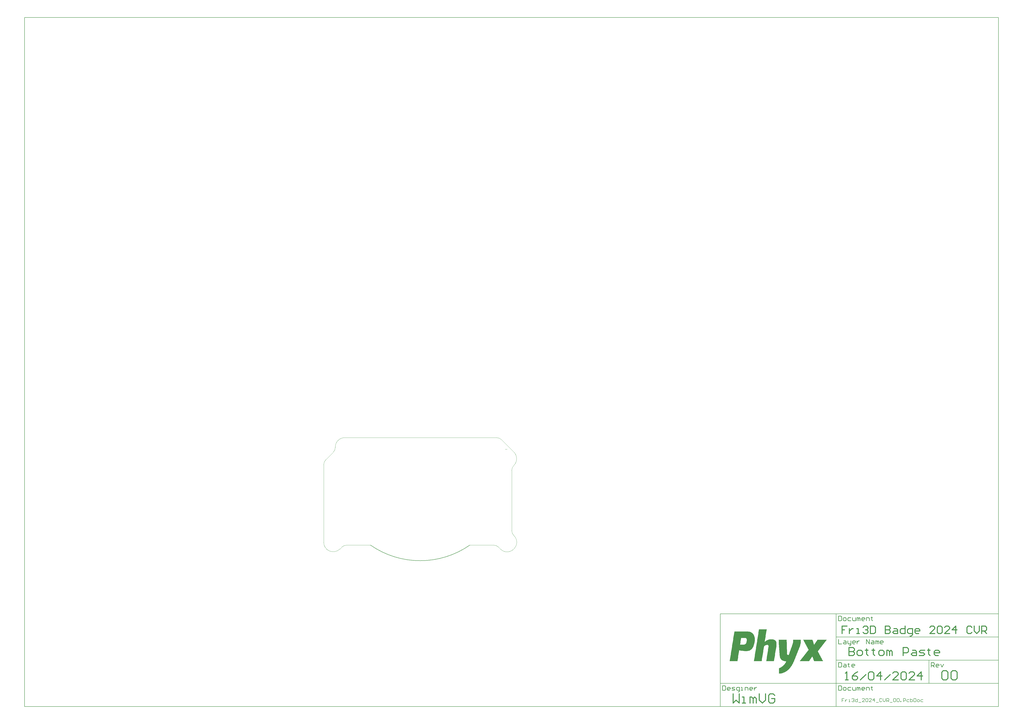
<source format=gbp>
G04*
G04 #@! TF.GenerationSoftware,Altium Limited,Altium Designer,24.4.1 (13)*
G04*
G04 Layer_Color=128*
%FSLAX25Y25*%
%MOIN*%
G70*
G04*
G04 #@! TF.SameCoordinates,89CB3089-6BD8-41CF-BEDE-02629DB89CB6*
G04*
G04*
G04 #@! TF.FilePolarity,Positive*
G04*
G01*
G75*
%ADD10C,0.00787*%
%ADD11C,0.00591*%
%ADD12C,0.00394*%
%ADD13C,0.01575*%
%ADD14C,0.00984*%
G36*
X557241Y-114219D02*
X558959D01*
Y-114506D01*
X559818D01*
Y-114792D01*
X560676D01*
Y-115078D01*
X561535D01*
Y-115365D01*
X562108D01*
Y-115651D01*
X562394D01*
Y-115937D01*
X562967D01*
Y-116224D01*
X563253D01*
Y-116510D01*
X563826D01*
Y-116796D01*
X564112D01*
Y-117083D01*
X564398D01*
Y-117369D01*
X564685D01*
Y-117655D01*
X564971D01*
Y-117941D01*
X565258D01*
Y-118228D01*
X565544D01*
Y-118514D01*
Y-118800D01*
X565830D01*
Y-119087D01*
X566116D01*
Y-119373D01*
Y-119659D01*
X566403D01*
Y-119946D01*
X566689D01*
Y-120232D01*
Y-120518D01*
X566975D01*
Y-120805D01*
Y-121091D01*
Y-121377D01*
X567262D01*
Y-121663D01*
Y-121950D01*
Y-122236D01*
X567548D01*
Y-122522D01*
Y-122809D01*
Y-123095D01*
Y-123381D01*
X567834D01*
Y-123668D01*
Y-123954D01*
Y-124240D01*
Y-124527D01*
Y-124813D01*
X568121D01*
Y-125099D01*
Y-125385D01*
Y-125672D01*
Y-125958D01*
Y-126244D01*
Y-126531D01*
Y-126817D01*
Y-127103D01*
Y-127390D01*
Y-127676D01*
Y-127962D01*
Y-128249D01*
Y-128535D01*
Y-128821D01*
Y-129108D01*
Y-129394D01*
Y-129680D01*
Y-129966D01*
Y-130253D01*
Y-130539D01*
X567834D01*
Y-130825D01*
Y-131112D01*
Y-131398D01*
Y-131684D01*
Y-131971D01*
Y-132257D01*
Y-132543D01*
X567548D01*
Y-132830D01*
Y-133116D01*
Y-133402D01*
Y-133689D01*
Y-133975D01*
X567262D01*
Y-134261D01*
Y-134547D01*
Y-134834D01*
Y-135120D01*
Y-135406D01*
X566975D01*
Y-135693D01*
Y-135979D01*
Y-136265D01*
X566689D01*
Y-136552D01*
Y-136838D01*
Y-137124D01*
Y-137411D01*
X566403D01*
Y-137697D01*
Y-137983D01*
Y-138270D01*
X566116D01*
Y-138556D01*
Y-138842D01*
X565830D01*
Y-139128D01*
Y-139415D01*
Y-139701D01*
X565544D01*
Y-139988D01*
Y-140274D01*
X565258D01*
Y-140560D01*
Y-140846D01*
X564971D01*
Y-141133D01*
Y-141419D01*
X564685D01*
Y-141705D01*
X564398D01*
Y-141992D01*
Y-142278D01*
X564112D01*
Y-142564D01*
X563826D01*
Y-142851D01*
X563540D01*
Y-143137D01*
Y-143423D01*
X563253D01*
Y-143710D01*
X562967D01*
Y-143996D01*
X562681D01*
Y-144282D01*
X562394D01*
Y-144569D01*
X562108D01*
Y-144855D01*
X561535D01*
Y-145141D01*
X561249D01*
Y-145427D01*
X560676D01*
Y-145714D01*
X560390D01*
Y-146000D01*
X559818D01*
Y-146286D01*
X558959D01*
Y-146573D01*
X558100D01*
Y-146859D01*
X557241D01*
Y-147145D01*
X555523D01*
Y-147432D01*
X550369D01*
Y-147145D01*
X547792D01*
Y-146859D01*
X545788D01*
Y-146573D01*
X544357D01*
Y-146286D01*
X542925D01*
Y-146000D01*
X541494D01*
Y-146286D01*
Y-146573D01*
Y-146859D01*
Y-147145D01*
Y-147432D01*
Y-147718D01*
Y-148004D01*
X541207D01*
Y-148291D01*
Y-148577D01*
Y-148863D01*
Y-149150D01*
Y-149436D01*
Y-149722D01*
X540921D01*
Y-150008D01*
Y-150295D01*
Y-150581D01*
Y-150867D01*
Y-151154D01*
Y-151440D01*
X540635D01*
Y-151726D01*
Y-152013D01*
Y-152299D01*
Y-152585D01*
Y-152872D01*
Y-153158D01*
Y-153444D01*
X540348D01*
Y-153730D01*
Y-154017D01*
Y-154303D01*
Y-154589D01*
Y-154876D01*
Y-155162D01*
X540062D01*
Y-155448D01*
Y-155735D01*
Y-156021D01*
Y-156307D01*
Y-156594D01*
Y-156880D01*
X539776D01*
Y-157166D01*
Y-157453D01*
Y-157739D01*
Y-158025D01*
Y-158311D01*
Y-158598D01*
Y-158884D01*
X539489D01*
Y-159170D01*
Y-159457D01*
Y-159743D01*
Y-160029D01*
Y-160316D01*
Y-160602D01*
X539203D01*
Y-160888D01*
Y-161175D01*
Y-161461D01*
Y-161747D01*
Y-162034D01*
Y-162320D01*
X538917D01*
Y-162606D01*
Y-162892D01*
Y-163179D01*
Y-163465D01*
Y-163751D01*
Y-164038D01*
Y-164324D01*
X525460D01*
Y-164038D01*
X525746D01*
Y-163751D01*
Y-163465D01*
Y-163179D01*
Y-162892D01*
Y-162606D01*
X526033D01*
Y-162320D01*
Y-162034D01*
Y-161747D01*
Y-161461D01*
Y-161175D01*
Y-160888D01*
Y-160602D01*
X526319D01*
Y-160316D01*
Y-160029D01*
Y-159743D01*
Y-159457D01*
Y-159170D01*
Y-158884D01*
X526605D01*
Y-158598D01*
Y-158311D01*
Y-158025D01*
Y-157739D01*
Y-157453D01*
Y-157166D01*
X526892D01*
Y-156880D01*
Y-156594D01*
Y-156307D01*
Y-156021D01*
Y-155735D01*
Y-155448D01*
Y-155162D01*
X527178D01*
Y-154876D01*
Y-154589D01*
Y-154303D01*
Y-154017D01*
Y-153730D01*
Y-153444D01*
X527464D01*
Y-153158D01*
Y-152872D01*
Y-152585D01*
Y-152299D01*
Y-152013D01*
Y-151726D01*
X527750D01*
Y-151440D01*
Y-151154D01*
Y-150867D01*
Y-150581D01*
Y-150295D01*
Y-150008D01*
X528037D01*
Y-149722D01*
Y-149436D01*
Y-149150D01*
Y-148863D01*
Y-148577D01*
Y-148291D01*
Y-148004D01*
X528323D01*
Y-147718D01*
Y-147432D01*
Y-147145D01*
Y-146859D01*
Y-146573D01*
Y-146286D01*
X528609D01*
Y-146000D01*
Y-145714D01*
Y-145427D01*
Y-145141D01*
Y-144855D01*
Y-144569D01*
X528896D01*
Y-144282D01*
Y-143996D01*
Y-143710D01*
Y-143423D01*
Y-143137D01*
Y-142851D01*
X529182D01*
Y-142564D01*
Y-142278D01*
Y-141992D01*
Y-141705D01*
Y-141419D01*
Y-141133D01*
Y-140846D01*
X529468D01*
Y-140560D01*
Y-140274D01*
Y-139988D01*
Y-139701D01*
Y-139415D01*
Y-139128D01*
X529755D01*
Y-138842D01*
Y-138556D01*
Y-138270D01*
Y-137983D01*
Y-137697D01*
Y-137411D01*
X530041D01*
Y-137124D01*
Y-136838D01*
Y-136552D01*
Y-136265D01*
Y-135979D01*
Y-135693D01*
Y-135406D01*
X530327D01*
Y-135120D01*
Y-134834D01*
Y-134547D01*
Y-134261D01*
Y-133975D01*
Y-133689D01*
X530614D01*
Y-133402D01*
Y-133116D01*
Y-132830D01*
Y-132543D01*
Y-132257D01*
Y-131971D01*
X530900D01*
Y-131684D01*
Y-131398D01*
Y-131112D01*
Y-130825D01*
Y-130539D01*
Y-130253D01*
X531186D01*
Y-129966D01*
Y-129680D01*
Y-129394D01*
Y-129108D01*
Y-128821D01*
Y-128535D01*
Y-128249D01*
X531473D01*
Y-127962D01*
Y-127676D01*
Y-127390D01*
Y-127103D01*
Y-126817D01*
Y-126531D01*
X531759D01*
Y-126244D01*
Y-125958D01*
Y-125672D01*
Y-125385D01*
Y-125099D01*
Y-124813D01*
X532045D01*
Y-124527D01*
Y-124240D01*
Y-123954D01*
Y-123668D01*
Y-123381D01*
Y-123095D01*
Y-122809D01*
X532332D01*
Y-122522D01*
Y-122236D01*
Y-121950D01*
Y-121663D01*
Y-121377D01*
Y-121091D01*
X532618D01*
Y-120805D01*
Y-120518D01*
Y-120232D01*
Y-119946D01*
Y-119659D01*
Y-119373D01*
X532904D01*
Y-119087D01*
Y-118800D01*
Y-118514D01*
Y-118228D01*
Y-117941D01*
Y-117655D01*
Y-117369D01*
X533190D01*
Y-117083D01*
Y-116796D01*
Y-116510D01*
Y-116224D01*
Y-115937D01*
Y-115651D01*
X533477D01*
Y-115365D01*
Y-115078D01*
Y-114792D01*
Y-114506D01*
Y-114219D01*
Y-113933D01*
X557241D01*
Y-114219D01*
D02*
G37*
G36*
X588449Y-110784D02*
Y-111070D01*
X588163D01*
Y-111356D01*
Y-111643D01*
Y-111929D01*
Y-112215D01*
Y-112501D01*
Y-112788D01*
X587876D01*
Y-113074D01*
Y-113360D01*
Y-113647D01*
Y-113933D01*
Y-114219D01*
Y-114506D01*
X587590D01*
Y-114792D01*
Y-115078D01*
Y-115365D01*
Y-115651D01*
Y-115937D01*
Y-116224D01*
Y-116510D01*
X587304D01*
Y-116796D01*
Y-117083D01*
Y-117369D01*
Y-117655D01*
Y-117941D01*
Y-118228D01*
X587017D01*
Y-118514D01*
Y-118800D01*
Y-119087D01*
Y-119373D01*
Y-119659D01*
Y-119946D01*
X586731D01*
Y-120232D01*
Y-120518D01*
Y-120805D01*
Y-121091D01*
Y-121377D01*
Y-121663D01*
Y-121950D01*
X586445D01*
Y-122236D01*
Y-122522D01*
Y-122809D01*
Y-123095D01*
Y-123381D01*
Y-123668D01*
X586158D01*
Y-123954D01*
Y-124240D01*
Y-124527D01*
Y-124813D01*
Y-125099D01*
Y-125385D01*
X585872D01*
Y-125672D01*
Y-125958D01*
Y-126244D01*
Y-126531D01*
Y-126817D01*
Y-127103D01*
X585586D01*
Y-127390D01*
Y-127676D01*
Y-127962D01*
Y-128249D01*
Y-128535D01*
Y-128821D01*
Y-129108D01*
X585299D01*
Y-129394D01*
Y-129680D01*
Y-129966D01*
Y-130253D01*
Y-130539D01*
Y-130825D01*
X585013D01*
Y-131112D01*
Y-131398D01*
X585586D01*
Y-131112D01*
X585872D01*
Y-130825D01*
X586158D01*
Y-130539D01*
X586731D01*
Y-130253D01*
X587017D01*
Y-129966D01*
X587304D01*
Y-129680D01*
X587876D01*
Y-129394D01*
X588449D01*
Y-129108D01*
X588735D01*
Y-128821D01*
X589308D01*
Y-128535D01*
X590167D01*
Y-128249D01*
X590739D01*
Y-127962D01*
X591598D01*
Y-127676D01*
X593030D01*
Y-127390D01*
X599329D01*
Y-127676D01*
X600474D01*
Y-127962D01*
X601333D01*
Y-128249D01*
X601905D01*
Y-128535D01*
X602192D01*
Y-128821D01*
X602765D01*
Y-129108D01*
X603051D01*
Y-129394D01*
X603337D01*
Y-129680D01*
X603623D01*
Y-129966D01*
X603910D01*
Y-130253D01*
Y-130539D01*
X604196D01*
Y-130825D01*
Y-131112D01*
X604482D01*
Y-131398D01*
Y-131684D01*
Y-131971D01*
X604769D01*
Y-132257D01*
Y-132543D01*
Y-132830D01*
Y-133116D01*
X605055D01*
Y-133402D01*
Y-133689D01*
Y-133975D01*
Y-134261D01*
Y-134547D01*
Y-134834D01*
Y-135120D01*
Y-135406D01*
Y-135693D01*
Y-135979D01*
Y-136265D01*
Y-136552D01*
Y-136838D01*
Y-137124D01*
Y-137411D01*
Y-137697D01*
Y-137983D01*
Y-138270D01*
X604769D01*
Y-138556D01*
Y-138842D01*
Y-139128D01*
Y-139415D01*
Y-139701D01*
Y-139988D01*
Y-140274D01*
X604482D01*
Y-140560D01*
Y-140846D01*
Y-141133D01*
Y-141419D01*
Y-141705D01*
Y-141992D01*
Y-142278D01*
X604196D01*
Y-142564D01*
Y-142851D01*
Y-143137D01*
Y-143423D01*
Y-143710D01*
Y-143996D01*
X603910D01*
Y-144282D01*
Y-144569D01*
Y-144855D01*
Y-145141D01*
Y-145427D01*
Y-145714D01*
X603623D01*
Y-146000D01*
Y-146286D01*
Y-146573D01*
Y-146859D01*
Y-147145D01*
Y-147432D01*
X603337D01*
Y-147718D01*
Y-148004D01*
Y-148291D01*
Y-148577D01*
Y-148863D01*
Y-149150D01*
Y-149436D01*
X603051D01*
Y-149722D01*
Y-150008D01*
Y-150295D01*
Y-150581D01*
Y-150867D01*
Y-151154D01*
X602765D01*
Y-151440D01*
Y-151726D01*
Y-152013D01*
Y-152299D01*
Y-152585D01*
Y-152872D01*
X602478D01*
Y-153158D01*
Y-153444D01*
Y-153730D01*
Y-154017D01*
Y-154303D01*
Y-154589D01*
Y-154876D01*
X602192D01*
Y-155162D01*
Y-155448D01*
Y-155735D01*
Y-156021D01*
Y-156307D01*
Y-156594D01*
X601905D01*
Y-156880D01*
Y-157166D01*
Y-157453D01*
Y-157739D01*
Y-158025D01*
Y-158311D01*
X601619D01*
Y-158598D01*
Y-158884D01*
Y-159170D01*
Y-159457D01*
Y-159743D01*
Y-160029D01*
X601333D01*
Y-160316D01*
Y-160602D01*
Y-160888D01*
Y-161175D01*
Y-161461D01*
Y-161747D01*
Y-162034D01*
X601047D01*
Y-162320D01*
Y-162606D01*
Y-162892D01*
Y-163179D01*
Y-163465D01*
Y-163751D01*
X600760D01*
Y-164038D01*
Y-164324D01*
X587590D01*
Y-164038D01*
Y-163751D01*
X587876D01*
Y-163465D01*
Y-163179D01*
Y-162892D01*
Y-162606D01*
Y-162320D01*
Y-162034D01*
X588163D01*
Y-161747D01*
Y-161461D01*
Y-161175D01*
Y-160888D01*
Y-160602D01*
Y-160316D01*
Y-160029D01*
X588449D01*
Y-159743D01*
Y-159457D01*
Y-159170D01*
Y-158884D01*
Y-158598D01*
Y-158311D01*
X588735D01*
Y-158025D01*
Y-157739D01*
Y-157453D01*
Y-157166D01*
Y-156880D01*
Y-156594D01*
X589021D01*
Y-156307D01*
Y-156021D01*
Y-155735D01*
Y-155448D01*
Y-155162D01*
Y-154876D01*
Y-154589D01*
X589308D01*
Y-154303D01*
Y-154017D01*
Y-153730D01*
Y-153444D01*
Y-153158D01*
Y-152872D01*
X589594D01*
Y-152585D01*
Y-152299D01*
Y-152013D01*
Y-151726D01*
Y-151440D01*
Y-151154D01*
Y-150867D01*
X589880D01*
Y-150581D01*
Y-150295D01*
Y-150008D01*
Y-149722D01*
Y-149436D01*
Y-149150D01*
X590167D01*
Y-148863D01*
Y-148577D01*
Y-148291D01*
Y-148004D01*
Y-147718D01*
Y-147432D01*
X590453D01*
Y-147145D01*
Y-146859D01*
Y-146573D01*
Y-146286D01*
Y-146000D01*
Y-145714D01*
X590739D01*
Y-145427D01*
Y-145141D01*
Y-144855D01*
Y-144569D01*
Y-144282D01*
Y-143996D01*
Y-143710D01*
X591026D01*
Y-143423D01*
Y-143137D01*
Y-142851D01*
Y-142564D01*
Y-142278D01*
Y-141992D01*
X591312D01*
Y-141705D01*
Y-141419D01*
Y-141133D01*
Y-140846D01*
Y-140560D01*
Y-140274D01*
Y-139988D01*
X591598D01*
Y-139701D01*
Y-139415D01*
Y-139128D01*
Y-138842D01*
Y-138556D01*
Y-138270D01*
X591312D01*
Y-137983D01*
Y-137697D01*
X591026D01*
Y-137411D01*
X590739D01*
Y-137124D01*
X590167D01*
Y-136838D01*
X588449D01*
Y-137124D01*
X587017D01*
Y-137411D01*
X586158D01*
Y-137697D01*
X585586D01*
Y-137983D01*
X585299D01*
Y-138270D01*
X584727D01*
Y-138556D01*
X584440D01*
Y-138842D01*
X584154D01*
Y-139128D01*
Y-139415D01*
X583868D01*
Y-139701D01*
Y-139988D01*
Y-140274D01*
X583581D01*
Y-140560D01*
Y-140846D01*
Y-141133D01*
Y-141419D01*
Y-141705D01*
Y-141992D01*
X583295D01*
Y-142278D01*
Y-142564D01*
Y-142851D01*
Y-143137D01*
Y-143423D01*
Y-143710D01*
Y-143996D01*
X583009D01*
Y-144282D01*
Y-144569D01*
Y-144855D01*
Y-145141D01*
Y-145427D01*
Y-145714D01*
X582723D01*
Y-146000D01*
Y-146286D01*
Y-146573D01*
Y-146859D01*
Y-147145D01*
Y-147432D01*
X582436D01*
Y-147718D01*
Y-148004D01*
Y-148291D01*
Y-148577D01*
Y-148863D01*
Y-149150D01*
X582150D01*
Y-149436D01*
Y-149722D01*
Y-150008D01*
Y-150295D01*
Y-150581D01*
Y-150867D01*
Y-151154D01*
X581864D01*
Y-151440D01*
Y-151726D01*
Y-152013D01*
Y-152299D01*
Y-152585D01*
Y-152872D01*
X581577D01*
Y-153158D01*
Y-153444D01*
Y-153730D01*
Y-154017D01*
Y-154303D01*
Y-154589D01*
X581291D01*
Y-154876D01*
Y-155162D01*
Y-155448D01*
Y-155735D01*
Y-156021D01*
Y-156307D01*
Y-156594D01*
X581005D01*
Y-156880D01*
Y-157166D01*
Y-157453D01*
Y-157739D01*
Y-158025D01*
Y-158311D01*
X580718D01*
Y-158598D01*
Y-158884D01*
Y-159170D01*
Y-159457D01*
Y-159743D01*
Y-160029D01*
X580432D01*
Y-160316D01*
Y-160602D01*
Y-160888D01*
Y-161175D01*
Y-161461D01*
Y-161747D01*
X580146D01*
Y-162034D01*
Y-162320D01*
Y-162606D01*
Y-162892D01*
Y-163179D01*
Y-163465D01*
Y-163751D01*
X579859D01*
Y-164038D01*
Y-164324D01*
X566689D01*
Y-164038D01*
Y-163751D01*
X566975D01*
Y-163465D01*
Y-163179D01*
Y-162892D01*
Y-162606D01*
Y-162320D01*
Y-162034D01*
Y-161747D01*
X567262D01*
Y-161461D01*
Y-161175D01*
Y-160888D01*
Y-160602D01*
Y-160316D01*
Y-160029D01*
X567548D01*
Y-159743D01*
Y-159457D01*
Y-159170D01*
Y-158884D01*
Y-158598D01*
Y-158311D01*
X567834D01*
Y-158025D01*
Y-157739D01*
Y-157453D01*
Y-157166D01*
Y-156880D01*
Y-156594D01*
Y-156307D01*
X568121D01*
Y-156021D01*
Y-155735D01*
Y-155448D01*
Y-155162D01*
Y-154876D01*
Y-154589D01*
X568407D01*
Y-154303D01*
Y-154017D01*
Y-153730D01*
Y-153444D01*
Y-153158D01*
Y-152872D01*
X568693D01*
Y-152585D01*
Y-152299D01*
Y-152013D01*
Y-151726D01*
Y-151440D01*
Y-151154D01*
X568980D01*
Y-150867D01*
Y-150581D01*
Y-150295D01*
Y-150008D01*
Y-149722D01*
Y-149436D01*
Y-149150D01*
X569266D01*
Y-148863D01*
Y-148577D01*
Y-148291D01*
Y-148004D01*
Y-147718D01*
Y-147432D01*
X569552D01*
Y-147145D01*
Y-146859D01*
Y-146573D01*
Y-146286D01*
Y-146000D01*
Y-145714D01*
X569838D01*
Y-145427D01*
Y-145141D01*
Y-144855D01*
Y-144569D01*
Y-144282D01*
Y-143996D01*
Y-143710D01*
X570125D01*
Y-143423D01*
Y-143137D01*
Y-142851D01*
Y-142564D01*
Y-142278D01*
Y-141992D01*
X570411D01*
Y-141705D01*
Y-141419D01*
Y-141133D01*
Y-140846D01*
Y-140560D01*
Y-140274D01*
X570697D01*
Y-139988D01*
Y-139701D01*
Y-139415D01*
Y-139128D01*
Y-138842D01*
Y-138556D01*
X570984D01*
Y-138270D01*
Y-137983D01*
Y-137697D01*
Y-137411D01*
Y-137124D01*
Y-136838D01*
Y-136552D01*
X571270D01*
Y-136265D01*
Y-135979D01*
Y-135693D01*
Y-135406D01*
Y-135120D01*
Y-134834D01*
X571556D01*
Y-134547D01*
Y-134261D01*
Y-133975D01*
Y-133689D01*
Y-133402D01*
Y-133116D01*
X571843D01*
Y-132830D01*
Y-132543D01*
Y-132257D01*
Y-131971D01*
Y-131684D01*
Y-131398D01*
X572129D01*
Y-131112D01*
Y-130825D01*
Y-130539D01*
Y-130253D01*
Y-129966D01*
Y-129680D01*
Y-129394D01*
X572415D01*
Y-129108D01*
Y-128821D01*
Y-128535D01*
Y-128249D01*
Y-127962D01*
Y-127676D01*
X572702D01*
Y-127390D01*
Y-127103D01*
Y-126817D01*
Y-126531D01*
Y-126244D01*
Y-125958D01*
X572988D01*
Y-125672D01*
Y-125385D01*
Y-125099D01*
Y-124813D01*
Y-124527D01*
Y-124240D01*
Y-123954D01*
X573274D01*
Y-123668D01*
Y-123381D01*
Y-123095D01*
Y-122809D01*
Y-122522D01*
Y-122236D01*
X573560D01*
Y-121950D01*
Y-121663D01*
Y-121377D01*
Y-121091D01*
Y-120805D01*
Y-120518D01*
X573847D01*
Y-120232D01*
Y-119946D01*
Y-119659D01*
Y-119373D01*
Y-119087D01*
Y-118800D01*
X574133D01*
Y-118514D01*
Y-118228D01*
Y-117941D01*
Y-117655D01*
Y-117369D01*
Y-117083D01*
Y-116796D01*
X574419D01*
Y-116510D01*
Y-116224D01*
Y-115937D01*
Y-115651D01*
Y-115365D01*
Y-115078D01*
X574706D01*
Y-114792D01*
Y-114506D01*
Y-114219D01*
Y-113933D01*
Y-113647D01*
Y-113360D01*
X574992D01*
Y-113074D01*
Y-112788D01*
Y-112501D01*
Y-112215D01*
Y-111929D01*
Y-111643D01*
Y-111356D01*
X575278D01*
Y-111070D01*
Y-110784D01*
Y-110497D01*
X588449D01*
Y-110784D01*
D02*
G37*
G36*
X690376Y-128249D02*
X690090D01*
Y-128535D01*
X689804D01*
Y-128821D01*
Y-129108D01*
X689517D01*
Y-129394D01*
X689231D01*
Y-129680D01*
X688945D01*
Y-129966D01*
Y-130253D01*
X688658D01*
Y-130539D01*
X688372D01*
Y-130825D01*
X688086D01*
Y-131112D01*
X687799D01*
Y-131398D01*
Y-131684D01*
X687513D01*
Y-131971D01*
X687227D01*
Y-132257D01*
X686940D01*
Y-132543D01*
Y-132830D01*
X686654D01*
Y-133116D01*
X686368D01*
Y-133402D01*
X686082D01*
Y-133689D01*
X685795D01*
Y-133975D01*
Y-134261D01*
X685509D01*
Y-134547D01*
X685223D01*
Y-134834D01*
X684936D01*
Y-135120D01*
Y-135406D01*
X684650D01*
Y-135693D01*
X684364D01*
Y-135979D01*
X684077D01*
Y-136265D01*
Y-136552D01*
X683791D01*
Y-136838D01*
X683505D01*
Y-137124D01*
X683218D01*
Y-137411D01*
X682932D01*
Y-137697D01*
Y-137983D01*
X682646D01*
Y-138270D01*
X682359D01*
Y-138556D01*
X682073D01*
Y-138842D01*
Y-139128D01*
X681787D01*
Y-139415D01*
X681500D01*
Y-139701D01*
X681214D01*
Y-139988D01*
Y-140274D01*
X680928D01*
Y-140560D01*
X680642D01*
Y-140846D01*
X680355D01*
Y-141133D01*
X680069D01*
Y-141419D01*
Y-141705D01*
X679783D01*
Y-141992D01*
X679496D01*
Y-142278D01*
X679210D01*
Y-142564D01*
Y-142851D01*
X678924D01*
Y-143137D01*
X678637D01*
Y-143423D01*
X678351D01*
Y-143710D01*
Y-143996D01*
X678065D01*
Y-144282D01*
X677778D01*
Y-144569D01*
X677492D01*
Y-144855D01*
X677206D01*
Y-145141D01*
Y-145427D01*
X676920D01*
Y-145714D01*
X676633D01*
Y-146000D01*
X676347D01*
Y-146286D01*
Y-146573D01*
X676060D01*
Y-146859D01*
X675774D01*
Y-147145D01*
X675488D01*
Y-147432D01*
X675202D01*
Y-147718D01*
Y-148004D01*
X675488D01*
Y-148291D01*
Y-148577D01*
X675774D01*
Y-148863D01*
Y-149150D01*
X676060D01*
Y-149436D01*
X676347D01*
Y-149722D01*
Y-150008D01*
X676633D01*
Y-150295D01*
Y-150581D01*
X676920D01*
Y-150867D01*
Y-151154D01*
X677206D01*
Y-151440D01*
Y-151726D01*
X677492D01*
Y-152013D01*
Y-152299D01*
X677778D01*
Y-152585D01*
Y-152872D01*
X678065D01*
Y-153158D01*
Y-153444D01*
X678351D01*
Y-153730D01*
Y-154017D01*
X678637D01*
Y-154303D01*
X678924D01*
Y-154589D01*
Y-154876D01*
X679210D01*
Y-155162D01*
Y-155448D01*
X679496D01*
Y-155735D01*
Y-156021D01*
X679783D01*
Y-156307D01*
Y-156594D01*
X680069D01*
Y-156880D01*
Y-157166D01*
X680355D01*
Y-157453D01*
Y-157739D01*
X680642D01*
Y-158025D01*
Y-158311D01*
X680928D01*
Y-158598D01*
X681214D01*
Y-158884D01*
Y-159170D01*
X681500D01*
Y-159457D01*
Y-159743D01*
X681787D01*
Y-160029D01*
Y-160316D01*
X682073D01*
Y-160602D01*
Y-160888D01*
X682359D01*
Y-161175D01*
Y-161461D01*
X682646D01*
Y-161747D01*
Y-162034D01*
X682932D01*
Y-162320D01*
Y-162606D01*
X683218D01*
Y-162892D01*
X683505D01*
Y-163179D01*
Y-163465D01*
X683791D01*
Y-163751D01*
Y-164038D01*
X684077D01*
Y-164324D01*
X668903D01*
Y-164038D01*
X668616D01*
Y-163751D01*
Y-163465D01*
Y-163179D01*
X668330D01*
Y-162892D01*
Y-162606D01*
Y-162320D01*
X668044D01*
Y-162034D01*
Y-161747D01*
X667758D01*
Y-161461D01*
Y-161175D01*
Y-160888D01*
X667471D01*
Y-160602D01*
Y-160316D01*
Y-160029D01*
X667185D01*
Y-159743D01*
Y-159457D01*
X666898D01*
Y-159170D01*
Y-158884D01*
Y-158598D01*
X666612D01*
Y-158311D01*
Y-158025D01*
Y-157739D01*
X666326D01*
Y-157453D01*
Y-157166D01*
Y-156880D01*
X666040D01*
Y-156594D01*
X665467D01*
Y-156880D01*
Y-157166D01*
X665181D01*
Y-157453D01*
X664894D01*
Y-157739D01*
Y-158025D01*
X664608D01*
Y-158311D01*
X664322D01*
Y-158598D01*
Y-158884D01*
X664035D01*
Y-159170D01*
X663749D01*
Y-159457D01*
Y-159743D01*
X663463D01*
Y-160029D01*
X663176D01*
Y-160316D01*
X662890D01*
Y-160602D01*
Y-160888D01*
X662604D01*
Y-161175D01*
X662318D01*
Y-161461D01*
Y-161747D01*
X662031D01*
Y-162034D01*
X661745D01*
Y-162320D01*
Y-162606D01*
X661459D01*
Y-162892D01*
X661172D01*
Y-163179D01*
Y-163465D01*
X660886D01*
Y-163751D01*
X660600D01*
Y-164038D01*
Y-164324D01*
X644566D01*
Y-164038D01*
X644852D01*
Y-163751D01*
X645139D01*
Y-163465D01*
X645425D01*
Y-163179D01*
X645711D01*
Y-162892D01*
Y-162606D01*
X645998D01*
Y-162320D01*
X646284D01*
Y-162034D01*
X646570D01*
Y-161747D01*
X646857D01*
Y-161461D01*
Y-161175D01*
X647143D01*
Y-160888D01*
X647429D01*
Y-160602D01*
X647716D01*
Y-160316D01*
Y-160029D01*
X648002D01*
Y-159743D01*
X648288D01*
Y-159457D01*
X648574D01*
Y-159170D01*
X648861D01*
Y-158884D01*
Y-158598D01*
X649147D01*
Y-158311D01*
X649433D01*
Y-158025D01*
X649720D01*
Y-157739D01*
X650006D01*
Y-157453D01*
Y-157166D01*
X650292D01*
Y-156880D01*
X650579D01*
Y-156594D01*
X650865D01*
Y-156307D01*
Y-156021D01*
X651151D01*
Y-155735D01*
X651438D01*
Y-155448D01*
X651724D01*
Y-155162D01*
X652010D01*
Y-154876D01*
Y-154589D01*
X652297D01*
Y-154303D01*
X652583D01*
Y-154017D01*
X652869D01*
Y-153730D01*
Y-153444D01*
X653156D01*
Y-153158D01*
X653442D01*
Y-152872D01*
X653728D01*
Y-152585D01*
X654014D01*
Y-152299D01*
Y-152013D01*
X654301D01*
Y-151726D01*
X654587D01*
Y-151440D01*
X654873D01*
Y-151154D01*
Y-150867D01*
X655160D01*
Y-150581D01*
X655446D01*
Y-150295D01*
X655732D01*
Y-150008D01*
X656019D01*
Y-149722D01*
Y-149436D01*
X656305D01*
Y-149150D01*
X656591D01*
Y-148863D01*
X656878D01*
Y-148577D01*
X657164D01*
Y-148291D01*
Y-148004D01*
X657450D01*
Y-147718D01*
X657736D01*
Y-147432D01*
X658023D01*
Y-147145D01*
Y-146859D01*
X658309D01*
Y-146573D01*
X658596D01*
Y-146286D01*
X658882D01*
Y-146000D01*
X659168D01*
Y-145714D01*
Y-145427D01*
X659454D01*
Y-145141D01*
Y-144855D01*
Y-144569D01*
X659168D01*
Y-144282D01*
X658882D01*
Y-143996D01*
Y-143710D01*
X658596D01*
Y-143423D01*
Y-143137D01*
X658309D01*
Y-142851D01*
Y-142564D01*
X658023D01*
Y-142278D01*
Y-141992D01*
X657736D01*
Y-141705D01*
Y-141419D01*
X657450D01*
Y-141133D01*
Y-140846D01*
X657164D01*
Y-140560D01*
X656878D01*
Y-140274D01*
Y-139988D01*
X656591D01*
Y-139701D01*
Y-139415D01*
X656305D01*
Y-139128D01*
Y-138842D01*
X656019D01*
Y-138556D01*
Y-138270D01*
X655732D01*
Y-137983D01*
Y-137697D01*
X655446D01*
Y-137411D01*
Y-137124D01*
X655160D01*
Y-136838D01*
X654873D01*
Y-136552D01*
Y-136265D01*
X654587D01*
Y-135979D01*
Y-135693D01*
X654301D01*
Y-135406D01*
Y-135120D01*
X654014D01*
Y-134834D01*
Y-134547D01*
X653728D01*
Y-134261D01*
Y-133975D01*
X653442D01*
Y-133689D01*
Y-133402D01*
X653156D01*
Y-133116D01*
Y-132830D01*
X652869D01*
Y-132543D01*
X652583D01*
Y-132257D01*
Y-131971D01*
X652297D01*
Y-131684D01*
Y-131398D01*
X652010D01*
Y-131112D01*
Y-130825D01*
X651724D01*
Y-130539D01*
Y-130253D01*
X651438D01*
Y-129966D01*
Y-129680D01*
X651151D01*
Y-129394D01*
Y-129108D01*
X650865D01*
Y-128821D01*
X650579D01*
Y-128535D01*
Y-128249D01*
X650292D01*
Y-127962D01*
X666040D01*
Y-128249D01*
X666326D01*
Y-128535D01*
Y-128821D01*
Y-129108D01*
X666612D01*
Y-129394D01*
Y-129680D01*
Y-129966D01*
X666898D01*
Y-130253D01*
Y-130539D01*
Y-130825D01*
X667185D01*
Y-131112D01*
Y-131398D01*
Y-131684D01*
X667471D01*
Y-131971D01*
Y-132257D01*
Y-132543D01*
X667758D01*
Y-132830D01*
Y-133116D01*
Y-133402D01*
X668044D01*
Y-133689D01*
Y-133975D01*
Y-134261D01*
X668330D01*
Y-134547D01*
Y-134834D01*
Y-135120D01*
X668616D01*
Y-135406D01*
Y-135693D01*
Y-135979D01*
Y-136265D01*
X669189D01*
Y-135979D01*
X669475D01*
Y-135693D01*
X669762D01*
Y-135406D01*
Y-135120D01*
X670048D01*
Y-134834D01*
X670334D01*
Y-134547D01*
Y-134261D01*
X670621D01*
Y-133975D01*
X670907D01*
Y-133689D01*
Y-133402D01*
X671193D01*
Y-133116D01*
X671480D01*
Y-132830D01*
Y-132543D01*
X671766D01*
Y-132257D01*
X672052D01*
Y-131971D01*
Y-131684D01*
X672338D01*
Y-131398D01*
X672625D01*
Y-131112D01*
Y-130825D01*
X672911D01*
Y-130539D01*
X673197D01*
Y-130253D01*
Y-129966D01*
X673484D01*
Y-129680D01*
X673770D01*
Y-129394D01*
Y-129108D01*
X674056D01*
Y-128821D01*
X674343D01*
Y-128535D01*
Y-128249D01*
X674629D01*
Y-127962D01*
X690376D01*
Y-128249D01*
D02*
G37*
G36*
X646284D02*
Y-128535D01*
Y-128821D01*
Y-129108D01*
Y-129394D01*
Y-129680D01*
Y-129966D01*
Y-130253D01*
Y-130539D01*
Y-130825D01*
Y-131112D01*
Y-131398D01*
Y-131684D01*
Y-131971D01*
Y-132257D01*
Y-132543D01*
Y-132830D01*
Y-133116D01*
Y-133402D01*
Y-133689D01*
Y-133975D01*
X645998D01*
Y-134261D01*
Y-134547D01*
Y-134834D01*
Y-135120D01*
Y-135406D01*
X645711D01*
Y-135693D01*
Y-135979D01*
Y-136265D01*
Y-136552D01*
X645425D01*
Y-136838D01*
Y-137124D01*
Y-137411D01*
Y-137697D01*
X645139D01*
Y-137983D01*
Y-138270D01*
Y-138556D01*
X644852D01*
Y-138842D01*
Y-139128D01*
Y-139415D01*
X644566D01*
Y-139701D01*
Y-139988D01*
Y-140274D01*
X644280D01*
Y-140560D01*
Y-140846D01*
Y-141133D01*
X643994D01*
Y-141419D01*
Y-141705D01*
X643707D01*
Y-141992D01*
Y-142278D01*
X643421D01*
Y-142564D01*
Y-142851D01*
Y-143137D01*
X643135D01*
Y-143423D01*
Y-143710D01*
X642848D01*
Y-143996D01*
Y-144282D01*
Y-144569D01*
X642562D01*
Y-144855D01*
Y-145141D01*
X642276D01*
Y-145427D01*
Y-145714D01*
Y-146000D01*
X641989D01*
Y-146286D01*
Y-146573D01*
X641703D01*
Y-146859D01*
Y-147145D01*
Y-147432D01*
X641417D01*
Y-147718D01*
Y-148004D01*
X641130D01*
Y-148291D01*
Y-148577D01*
Y-148863D01*
X640844D01*
Y-149150D01*
Y-149436D01*
X640558D01*
Y-149722D01*
Y-150008D01*
Y-150295D01*
X640271D01*
Y-150581D01*
Y-150867D01*
X639985D01*
Y-151154D01*
Y-151440D01*
Y-151726D01*
X639699D01*
Y-152013D01*
Y-152299D01*
X639412D01*
Y-152585D01*
Y-152872D01*
Y-153158D01*
X639126D01*
Y-153444D01*
Y-153730D01*
X638840D01*
Y-154017D01*
Y-154303D01*
Y-154589D01*
X638554D01*
Y-154876D01*
Y-155162D01*
X638267D01*
Y-155448D01*
Y-155735D01*
Y-156021D01*
X637981D01*
Y-156307D01*
Y-156594D01*
X637695D01*
Y-156880D01*
Y-157166D01*
Y-157453D01*
X637408D01*
Y-157739D01*
Y-158025D01*
X637122D01*
Y-158311D01*
Y-158598D01*
Y-158884D01*
X636836D01*
Y-159170D01*
Y-159457D01*
X636549D01*
Y-159743D01*
Y-160029D01*
Y-160316D01*
X636263D01*
Y-160602D01*
Y-160888D01*
X635977D01*
Y-161175D01*
Y-161461D01*
Y-161747D01*
X635690D01*
Y-162034D01*
Y-162320D01*
X635404D01*
Y-162606D01*
Y-162892D01*
Y-163179D01*
X635118D01*
Y-163465D01*
Y-163751D01*
X634831D01*
Y-164038D01*
Y-164324D01*
Y-164610D01*
X634545D01*
Y-164897D01*
Y-165183D01*
X634259D01*
Y-165469D01*
Y-165756D01*
X633973D01*
Y-166042D01*
Y-166328D01*
X633686D01*
Y-166615D01*
Y-166901D01*
Y-167187D01*
X633400D01*
Y-167473D01*
X633114D01*
Y-167760D01*
Y-168046D01*
Y-168333D01*
X632827D01*
Y-168619D01*
X632541D01*
Y-168905D01*
Y-169191D01*
X632255D01*
Y-169478D01*
Y-169764D01*
X631968D01*
Y-170050D01*
Y-170337D01*
X631682D01*
Y-170623D01*
Y-170909D01*
X631396D01*
Y-171196D01*
X631109D01*
Y-171482D01*
Y-171768D01*
X630823D01*
Y-172055D01*
Y-172341D01*
X630537D01*
Y-172627D01*
X630251D01*
Y-172914D01*
X629964D01*
Y-173200D01*
Y-173486D01*
X629678D01*
Y-173772D01*
X629392D01*
Y-174059D01*
Y-174345D01*
X629105D01*
Y-174631D01*
X628819D01*
Y-174918D01*
X628533D01*
Y-175204D01*
Y-175490D01*
X628246D01*
Y-175777D01*
X627960D01*
Y-176063D01*
X627674D01*
Y-176349D01*
X627387D01*
Y-176636D01*
X627101D01*
Y-176922D01*
Y-177208D01*
X626815D01*
Y-177495D01*
X626528D01*
Y-177781D01*
X626242D01*
Y-178067D01*
X625956D01*
Y-178353D01*
X625669D01*
Y-178640D01*
X625383D01*
Y-178926D01*
X625097D01*
Y-179212D01*
X624524D01*
Y-179499D01*
X624238D01*
Y-179785D01*
X623952D01*
Y-180071D01*
X623665D01*
Y-180358D01*
X623379D01*
Y-180644D01*
X622806D01*
Y-180930D01*
X622520D01*
Y-181217D01*
X621947D01*
Y-181503D01*
X621661D01*
Y-181789D01*
X621089D01*
Y-182076D01*
X620802D01*
Y-182362D01*
X620229D01*
Y-182648D01*
X619657D01*
Y-182934D01*
X619084D01*
Y-183221D01*
X618512D01*
Y-183507D01*
X617939D01*
Y-183793D01*
X617080D01*
Y-184080D01*
X616507D01*
Y-184366D01*
X615649D01*
Y-184652D01*
X614503D01*
Y-184939D01*
X613358D01*
Y-185225D01*
X611640D01*
Y-185511D01*
X609636D01*
Y-185798D01*
X609350D01*
Y-185511D01*
Y-185225D01*
Y-184939D01*
Y-184652D01*
Y-184366D01*
Y-184080D01*
Y-183793D01*
Y-183507D01*
Y-183221D01*
Y-182934D01*
Y-182648D01*
Y-182362D01*
Y-182076D01*
Y-181789D01*
Y-181503D01*
Y-181217D01*
Y-180930D01*
Y-180644D01*
Y-180358D01*
Y-180071D01*
Y-179785D01*
Y-179499D01*
Y-179212D01*
Y-178926D01*
Y-178640D01*
Y-178353D01*
Y-178067D01*
Y-177781D01*
Y-177495D01*
Y-177208D01*
Y-176922D01*
Y-176636D01*
Y-176349D01*
X609922D01*
Y-176063D01*
X610495D01*
Y-175777D01*
X611067D01*
Y-175490D01*
X611640D01*
Y-175204D01*
X612213D01*
Y-174918D01*
X612785D01*
Y-174631D01*
X613072D01*
Y-174345D01*
X613644D01*
Y-174059D01*
X613931D01*
Y-173772D01*
X614503D01*
Y-173486D01*
X614790D01*
Y-173200D01*
X615076D01*
Y-172914D01*
X615649D01*
Y-172627D01*
X615935D01*
Y-172341D01*
X616221D01*
Y-172055D01*
X616507D01*
Y-171768D01*
X616794D01*
Y-171482D01*
X617080D01*
Y-171196D01*
X617366D01*
Y-170909D01*
X617653D01*
Y-170623D01*
X617939D01*
Y-170337D01*
X618225D01*
Y-170050D01*
X618512D01*
Y-169764D01*
X618798D01*
Y-169478D01*
Y-169191D01*
X619084D01*
Y-168905D01*
X619371D01*
Y-168619D01*
X619657D01*
Y-168333D01*
Y-168046D01*
X619943D01*
Y-167760D01*
X620229D01*
Y-167473D01*
Y-167187D01*
X620516D01*
Y-166901D01*
Y-166615D01*
X620802D01*
Y-166328D01*
X621089D01*
Y-166042D01*
Y-165756D01*
X621375D01*
Y-165469D01*
Y-165183D01*
X621661D01*
Y-164897D01*
Y-164610D01*
X619943D01*
Y-164324D01*
X617939D01*
Y-164038D01*
X616794D01*
Y-163751D01*
X616221D01*
Y-163465D01*
X615362D01*
Y-163179D01*
X614790D01*
Y-162892D01*
X614503D01*
Y-162606D01*
X613931D01*
Y-162320D01*
X613644D01*
Y-162034D01*
X613358D01*
Y-161747D01*
X613072D01*
Y-161461D01*
X612785D01*
Y-161175D01*
X612499D01*
Y-160888D01*
Y-160602D01*
X612213D01*
Y-160316D01*
X611927D01*
Y-160029D01*
Y-159743D01*
X611640D01*
Y-159457D01*
Y-159170D01*
X611354D01*
Y-158884D01*
Y-158598D01*
X611067D01*
Y-158311D01*
Y-158025D01*
Y-157739D01*
X610781D01*
Y-157453D01*
Y-157166D01*
Y-156880D01*
Y-156594D01*
X610495D01*
Y-156307D01*
Y-156021D01*
Y-155735D01*
Y-155448D01*
Y-155162D01*
Y-154876D01*
Y-154589D01*
X610209D01*
Y-154303D01*
Y-154017D01*
Y-153730D01*
Y-153444D01*
Y-153158D01*
Y-152872D01*
Y-152585D01*
Y-152299D01*
Y-152013D01*
Y-151726D01*
Y-151440D01*
Y-151154D01*
Y-150867D01*
Y-150581D01*
Y-150295D01*
X609922D01*
Y-150008D01*
Y-149722D01*
Y-149436D01*
Y-149150D01*
Y-148863D01*
Y-148577D01*
Y-148291D01*
Y-148004D01*
Y-147718D01*
Y-147432D01*
Y-147145D01*
Y-146859D01*
Y-146573D01*
Y-146286D01*
Y-146000D01*
X609636D01*
Y-145714D01*
Y-145427D01*
Y-145141D01*
Y-144855D01*
Y-144569D01*
Y-144282D01*
Y-143996D01*
Y-143710D01*
Y-143423D01*
Y-143137D01*
Y-142851D01*
Y-142564D01*
Y-142278D01*
Y-141992D01*
Y-141705D01*
Y-141419D01*
X609350D01*
Y-141133D01*
Y-140846D01*
Y-140560D01*
Y-140274D01*
Y-139988D01*
Y-139701D01*
Y-139415D01*
Y-139128D01*
Y-138842D01*
Y-138556D01*
Y-138270D01*
Y-137983D01*
Y-137697D01*
Y-137411D01*
Y-137124D01*
Y-136838D01*
X609063D01*
Y-136552D01*
Y-136265D01*
Y-135979D01*
Y-135693D01*
Y-135406D01*
Y-135120D01*
Y-134834D01*
Y-134547D01*
Y-134261D01*
Y-133975D01*
Y-133689D01*
Y-133402D01*
Y-133116D01*
Y-132830D01*
X608777D01*
Y-132543D01*
Y-132257D01*
Y-131971D01*
Y-131684D01*
Y-131398D01*
Y-131112D01*
Y-130825D01*
Y-130539D01*
Y-130253D01*
Y-129966D01*
Y-129680D01*
Y-129394D01*
Y-129108D01*
Y-128821D01*
Y-128535D01*
Y-128249D01*
X608491D01*
Y-127962D01*
X622234D01*
Y-128249D01*
Y-128535D01*
Y-128821D01*
Y-129108D01*
Y-129394D01*
Y-129680D01*
Y-129966D01*
Y-130253D01*
Y-130539D01*
Y-130825D01*
Y-131112D01*
Y-131398D01*
Y-131684D01*
Y-131971D01*
X622520D01*
Y-132257D01*
Y-132543D01*
Y-132830D01*
Y-133116D01*
Y-133402D01*
Y-133689D01*
Y-133975D01*
Y-134261D01*
Y-134547D01*
Y-134834D01*
Y-135120D01*
Y-135406D01*
Y-135693D01*
Y-135979D01*
Y-136265D01*
Y-136552D01*
Y-136838D01*
Y-137124D01*
Y-137411D01*
Y-137697D01*
Y-137983D01*
Y-138270D01*
Y-138556D01*
Y-138842D01*
Y-139128D01*
Y-139415D01*
Y-139701D01*
Y-139988D01*
Y-140274D01*
Y-140560D01*
Y-140846D01*
Y-141133D01*
Y-141419D01*
Y-141705D01*
Y-141992D01*
Y-142278D01*
Y-142564D01*
Y-142851D01*
Y-143137D01*
Y-143423D01*
Y-143710D01*
X622806D01*
Y-143996D01*
X622520D01*
Y-144282D01*
Y-144569D01*
X622806D01*
Y-144855D01*
Y-145141D01*
Y-145427D01*
Y-145714D01*
Y-146000D01*
Y-146286D01*
Y-146573D01*
Y-146859D01*
Y-147145D01*
Y-147432D01*
Y-147718D01*
Y-148004D01*
Y-148291D01*
Y-148577D01*
Y-148863D01*
Y-149150D01*
Y-149436D01*
Y-149722D01*
Y-150008D01*
Y-150295D01*
Y-150581D01*
Y-150867D01*
Y-151154D01*
Y-151440D01*
Y-151726D01*
Y-152013D01*
X623093D01*
Y-152299D01*
Y-152585D01*
Y-152872D01*
X623379D01*
Y-153158D01*
X623665D01*
Y-153444D01*
X623952D01*
Y-153730D01*
X624811D01*
Y-154017D01*
X625669D01*
Y-153730D01*
X625956D01*
Y-153444D01*
Y-153158D01*
Y-152872D01*
X626242D01*
Y-152585D01*
Y-152299D01*
X626528D01*
Y-152013D01*
Y-151726D01*
Y-151440D01*
X626815D01*
Y-151154D01*
Y-150867D01*
Y-150581D01*
X627101D01*
Y-150295D01*
Y-150008D01*
Y-149722D01*
X627387D01*
Y-149436D01*
Y-149150D01*
Y-148863D01*
X627674D01*
Y-148577D01*
Y-148291D01*
X627960D01*
Y-148004D01*
Y-147718D01*
Y-147432D01*
X628246D01*
Y-147145D01*
Y-146859D01*
Y-146573D01*
X628533D01*
Y-146286D01*
Y-146000D01*
Y-145714D01*
X628819D01*
Y-145427D01*
Y-145141D01*
X629105D01*
Y-144855D01*
Y-144569D01*
Y-144282D01*
X629392D01*
Y-143996D01*
Y-143710D01*
Y-143423D01*
X629678D01*
Y-143137D01*
Y-142851D01*
Y-142564D01*
X629964D01*
Y-142278D01*
Y-141992D01*
X630251D01*
Y-141705D01*
Y-141419D01*
Y-141133D01*
X630537D01*
Y-140846D01*
Y-140560D01*
Y-140274D01*
X630823D01*
Y-139988D01*
Y-139701D01*
Y-139415D01*
X631109D01*
Y-139128D01*
Y-138842D01*
X631396D01*
Y-138556D01*
Y-138270D01*
Y-137983D01*
X631682D01*
Y-137697D01*
Y-137411D01*
Y-137124D01*
X631968D01*
Y-136838D01*
Y-136552D01*
Y-136265D01*
X632255D01*
Y-135979D01*
Y-135693D01*
Y-135406D01*
Y-135120D01*
X632541D01*
Y-134834D01*
Y-134547D01*
Y-134261D01*
Y-133975D01*
X632827D01*
Y-133689D01*
Y-133402D01*
Y-133116D01*
Y-132830D01*
Y-132543D01*
X633114D01*
Y-132257D01*
Y-131971D01*
Y-131684D01*
Y-131398D01*
Y-131112D01*
Y-130825D01*
X633400D01*
Y-130539D01*
Y-130253D01*
Y-129966D01*
Y-129680D01*
Y-129394D01*
Y-129108D01*
Y-128821D01*
Y-128535D01*
Y-128249D01*
Y-127962D01*
X646284D01*
Y-128249D01*
D02*
G37*
%LPC*%
G36*
X552946Y-125099D02*
X544929D01*
Y-125385D01*
Y-125672D01*
Y-125958D01*
Y-126244D01*
Y-126531D01*
X544643D01*
Y-126817D01*
Y-127103D01*
Y-127390D01*
Y-127676D01*
Y-127962D01*
Y-128249D01*
X544357D01*
Y-128535D01*
Y-128821D01*
Y-129108D01*
Y-129394D01*
Y-129680D01*
Y-129966D01*
X544070D01*
Y-130253D01*
Y-130539D01*
Y-130825D01*
Y-131112D01*
Y-131398D01*
Y-131684D01*
X543784D01*
Y-131971D01*
Y-132257D01*
Y-132543D01*
Y-132830D01*
Y-133116D01*
Y-133402D01*
Y-133689D01*
X543498D01*
Y-133975D01*
Y-134261D01*
Y-134547D01*
Y-134834D01*
Y-135120D01*
Y-135406D01*
X543211D01*
Y-135693D01*
Y-135979D01*
Y-136265D01*
X550369D01*
Y-135979D01*
X551514D01*
Y-135693D01*
X552087D01*
Y-135406D01*
X552373D01*
Y-135120D01*
X552660D01*
Y-134834D01*
X552946D01*
Y-134547D01*
X553232D01*
Y-134261D01*
Y-133975D01*
X553519D01*
Y-133689D01*
Y-133402D01*
X553805D01*
Y-133116D01*
Y-132830D01*
X554091D01*
Y-132543D01*
Y-132257D01*
Y-131971D01*
Y-131684D01*
X554378D01*
Y-131398D01*
Y-131112D01*
Y-130825D01*
Y-130539D01*
Y-130253D01*
X554664D01*
Y-129966D01*
Y-129680D01*
Y-129394D01*
Y-129108D01*
Y-128821D01*
Y-128535D01*
Y-128249D01*
Y-127962D01*
Y-127676D01*
Y-127390D01*
Y-127103D01*
X554378D01*
Y-126817D01*
Y-126531D01*
X554091D01*
Y-126244D01*
Y-125958D01*
X553805D01*
Y-125672D01*
X553519D01*
Y-125385D01*
X552946D01*
Y-125099D01*
D02*
G37*
%LPD*%
D10*
X863787Y-202012D02*
Y-162642D01*
X706307Y-123272D02*
X981897D01*
X706307Y-162642D02*
X981897D01*
X509456Y-202012D02*
X981897D01*
X509456Y-83902D02*
X981897D01*
X509456Y-241382D02*
Y-83902D01*
X706307Y-241382D02*
Y-83902D01*
X-671646Y927909D02*
X981897D01*
Y-241382D02*
Y927909D01*
X-671646Y-241382D02*
Y927909D01*
Y-241382D02*
X981897D01*
X720085Y-227604D02*
X716149D01*
Y-230556D01*
X718117D01*
X716149D01*
Y-233508D01*
X722053Y-229572D02*
Y-233508D01*
Y-231540D01*
X723037Y-230556D01*
X724021Y-229572D01*
X725005D01*
X727956Y-233508D02*
X729924D01*
X728940D01*
Y-229572D01*
X727956D01*
X732876Y-228588D02*
X733860Y-227604D01*
X735828D01*
X736812Y-228588D01*
Y-229572D01*
X735828Y-230556D01*
X734844D01*
X735828D01*
X736812Y-231540D01*
Y-232524D01*
X735828Y-233508D01*
X733860D01*
X732876Y-232524D01*
X742716Y-227604D02*
Y-233508D01*
X739764D01*
X738780Y-232524D01*
Y-230556D01*
X739764Y-229572D01*
X742716D01*
X744683Y-234492D02*
X748619D01*
X754523Y-233508D02*
X750587D01*
X754523Y-229572D01*
Y-228588D01*
X753539Y-227604D01*
X751571D01*
X750587Y-228588D01*
X756491D02*
X757475Y-227604D01*
X759442D01*
X760426Y-228588D01*
Y-232524D01*
X759442Y-233508D01*
X757475D01*
X756491Y-232524D01*
Y-228588D01*
X766330Y-233508D02*
X762394D01*
X766330Y-229572D01*
Y-228588D01*
X765346Y-227604D01*
X763378D01*
X762394Y-228588D01*
X771250Y-233508D02*
Y-227604D01*
X768298Y-230556D01*
X772233D01*
X774201Y-234492D02*
X778137D01*
X784041Y-228588D02*
X783057Y-227604D01*
X781089D01*
X780105Y-228588D01*
Y-232524D01*
X781089Y-233508D01*
X783057D01*
X784041Y-232524D01*
X786009Y-227604D02*
Y-231540D01*
X787976Y-233508D01*
X789944Y-231540D01*
Y-227604D01*
X791912Y-233508D02*
Y-227604D01*
X794864D01*
X795848Y-228588D01*
Y-230556D01*
X794864Y-231540D01*
X791912D01*
X793880D02*
X795848Y-233508D01*
X797816Y-234492D02*
X801752D01*
X803719Y-228588D02*
X804703Y-227604D01*
X806671D01*
X807655Y-228588D01*
Y-232524D01*
X806671Y-233508D01*
X804703D01*
X803719Y-232524D01*
Y-228588D01*
X809623D02*
X810607Y-227604D01*
X812575D01*
X813559Y-228588D01*
Y-232524D01*
X812575Y-233508D01*
X810607D01*
X809623Y-232524D01*
Y-228588D01*
X815527Y-233508D02*
Y-232524D01*
X816510D01*
Y-233508D01*
X815527D01*
X820446D02*
Y-227604D01*
X823398D01*
X824382Y-228588D01*
Y-230556D01*
X823398Y-231540D01*
X820446D01*
X830286Y-229572D02*
X827334D01*
X826350Y-230556D01*
Y-232524D01*
X827334Y-233508D01*
X830286D01*
X832253Y-227604D02*
Y-233508D01*
X835205D01*
X836189Y-232524D01*
Y-231540D01*
Y-230556D01*
X835205Y-229572D01*
X832253D01*
X838157Y-227604D02*
Y-233508D01*
X841109D01*
X842093Y-232524D01*
Y-228588D01*
X841109Y-227604D01*
X838157D01*
X845045Y-233508D02*
X847012D01*
X847996Y-232524D01*
Y-230556D01*
X847012Y-229572D01*
X845045D01*
X844061Y-230556D01*
Y-232524D01*
X845045Y-233508D01*
X853900Y-229572D02*
X850948D01*
X849964Y-230556D01*
Y-232524D01*
X850948Y-233508D01*
X853900D01*
D11*
X-84294Y32547D02*
G03*
X84297Y32547I84295J121207D01*
G01*
D12*
X138174Y211425D02*
G03*
X129639Y214961I-8535J-8535D01*
G01*
X159047Y167716D02*
G03*
X155512Y159180I8535J-8535D01*
G01*
Y57355D02*
G03*
X159047Y48820I12071J0D01*
G01*
X159052Y167720D02*
G03*
X159052Y190548I-11414J11414D01*
G01*
X-160244Y177354D02*
G03*
X-163779Y168819I8535J-8535D01*
G01*
X-147630Y189968D02*
G03*
X-144095Y198504I-8535J8535D01*
G01*
X-127953Y214961D02*
G03*
X-144095Y198819I0J-16142D01*
G01*
X136224Y25988D02*
G03*
X159052Y48816I11414J11414D01*
G01*
X133201Y29011D02*
G03*
X124665Y32547I-8535J-8535D01*
G01*
X-124665D02*
G03*
X-133201Y29011I0J-12071D01*
G01*
X-163779Y37402D02*
G03*
X-136224Y25988I16142J0D01*
G01*
X-127953Y214961D02*
X129639D01*
X138174Y211425D02*
X159052Y190548D01*
X144370Y195276D02*
X147638D01*
X155512Y57355D02*
Y159180D01*
X159047Y48820D02*
X159052Y48816D01*
X-163779Y37402D02*
Y168819D01*
X-160244Y177354D02*
X-147630Y189968D01*
X-144095Y198504D02*
Y198819D01*
X133201Y29011D02*
X136224Y25988D01*
X84294Y32547D02*
X124665D01*
X-124665D02*
X-84294D01*
X-136224Y25988D02*
X-133201Y29011D01*
D13*
X727960Y-140993D02*
Y-154768D01*
X734848D01*
X737144Y-152472D01*
Y-150176D01*
X734848Y-147880D01*
X727960D01*
X734848D01*
X737144Y-145584D01*
Y-143289D01*
X734848Y-140993D01*
X727960D01*
X744031Y-154768D02*
X748623D01*
X750919Y-152472D01*
Y-147880D01*
X748623Y-145584D01*
X744031D01*
X741735Y-147880D01*
Y-152472D01*
X744031Y-154768D01*
X757806Y-143289D02*
Y-145584D01*
X755511D01*
X760102D01*
X757806D01*
Y-152472D01*
X760102Y-154768D01*
X769286Y-143289D02*
Y-145584D01*
X766990D01*
X771581D01*
X769286D01*
Y-152472D01*
X771581Y-154768D01*
X780765D02*
X785357D01*
X787652Y-152472D01*
Y-147880D01*
X785357Y-145584D01*
X780765D01*
X778469Y-147880D01*
Y-152472D01*
X780765Y-154768D01*
X792244D02*
Y-145584D01*
X794540D01*
X796836Y-147880D01*
Y-154768D01*
Y-147880D01*
X799132Y-145584D01*
X801427Y-147880D01*
Y-154768D01*
X819794D02*
Y-140993D01*
X826682D01*
X828978Y-143289D01*
Y-147880D01*
X826682Y-150176D01*
X819794D01*
X835865Y-145584D02*
X840457D01*
X842753Y-147880D01*
Y-154768D01*
X835865D01*
X833569Y-152472D01*
X835865Y-150176D01*
X842753D01*
X847344Y-154768D02*
X854232D01*
X856528Y-152472D01*
X854232Y-150176D01*
X849640D01*
X847344Y-147880D01*
X849640Y-145584D01*
X856528D01*
X863415Y-143289D02*
Y-145584D01*
X861119D01*
X865711D01*
X863415D01*
Y-152472D01*
X865711Y-154768D01*
X879486D02*
X874895D01*
X872599Y-152472D01*
Y-147880D01*
X874895Y-145584D01*
X879486D01*
X881782Y-147880D01*
Y-150176D01*
X872599D01*
X531110Y-219734D02*
Y-235476D01*
X536358Y-230229D01*
X541605Y-235476D01*
Y-219734D01*
X546853Y-235476D02*
X552101D01*
X549477D01*
Y-224981D01*
X546853D01*
X559972Y-235476D02*
Y-224981D01*
X562596D01*
X565220Y-227605D01*
Y-235476D01*
Y-227605D01*
X567843Y-224981D01*
X570467Y-227605D01*
Y-235476D01*
X575715Y-219734D02*
Y-230229D01*
X580963Y-235476D01*
X586210Y-230229D01*
Y-219734D01*
X601953Y-222357D02*
X599329Y-219734D01*
X594082D01*
X591458Y-222357D01*
Y-232853D01*
X594082Y-235476D01*
X599329D01*
X601953Y-232853D01*
Y-227605D01*
X596705D01*
X885441Y-182987D02*
X888064Y-180364D01*
X893312D01*
X895936Y-182987D01*
Y-193483D01*
X893312Y-196106D01*
X888064D01*
X885441Y-193483D01*
Y-182987D01*
X901184D02*
X903807Y-180364D01*
X909055D01*
X911679Y-182987D01*
Y-193483D01*
X909055Y-196106D01*
X903807D01*
X901184Y-193483D01*
Y-182987D01*
X722055Y-196106D02*
X726647D01*
X724351D01*
Y-182331D01*
X722055Y-184627D01*
X742717Y-182331D02*
X738126Y-184627D01*
X733534Y-189219D01*
Y-193811D01*
X735830Y-196106D01*
X740422D01*
X742717Y-193811D01*
Y-191515D01*
X740422Y-189219D01*
X733534D01*
X747309Y-196106D02*
X756493Y-186923D01*
X761084Y-184627D02*
X763380Y-182331D01*
X767972D01*
X770268Y-184627D01*
Y-193811D01*
X767972Y-196106D01*
X763380D01*
X761084Y-193811D01*
Y-184627D01*
X781747Y-196106D02*
Y-182331D01*
X774859Y-189219D01*
X784043D01*
X788634Y-196106D02*
X797818Y-186923D01*
X811593Y-196106D02*
X802409D01*
X811593Y-186923D01*
Y-184627D01*
X809297Y-182331D01*
X804705D01*
X802409Y-184627D01*
X816185D02*
X818480Y-182331D01*
X823072D01*
X825368Y-184627D01*
Y-193811D01*
X823072Y-196106D01*
X818480D01*
X816185Y-193811D01*
Y-184627D01*
X839143Y-196106D02*
X829960D01*
X839143Y-186923D01*
Y-184627D01*
X836847Y-182331D01*
X832255D01*
X829960Y-184627D01*
X850622Y-196106D02*
Y-182331D01*
X843735Y-189219D01*
X852918D01*
X724545Y-104772D02*
X716149D01*
Y-111069D01*
X720347D01*
X716149D01*
Y-117366D01*
X728744Y-108970D02*
Y-117366D01*
Y-113168D01*
X730843Y-111069D01*
X732942Y-108970D01*
X735041D01*
X741338Y-117366D02*
X745536D01*
X743437D01*
Y-108970D01*
X741338D01*
X751833Y-106871D02*
X753932Y-104772D01*
X758131D01*
X760230Y-106871D01*
Y-108970D01*
X758131Y-111069D01*
X756031D01*
X758131D01*
X760230Y-113168D01*
Y-115267D01*
X758131Y-117366D01*
X753932D01*
X751833Y-115267D01*
X764428Y-104772D02*
Y-117366D01*
X770725D01*
X772824Y-115267D01*
Y-106871D01*
X770725Y-104772D01*
X764428D01*
X789616D02*
Y-117366D01*
X795914D01*
X798013Y-115267D01*
Y-113168D01*
X795914Y-111069D01*
X789616D01*
X795914D01*
X798013Y-108970D01*
Y-106871D01*
X795914Y-104772D01*
X789616D01*
X804310Y-108970D02*
X808508D01*
X810607Y-111069D01*
Y-117366D01*
X804310D01*
X802211Y-115267D01*
X804310Y-113168D01*
X810607D01*
X823201Y-104772D02*
Y-117366D01*
X816904D01*
X814805Y-115267D01*
Y-111069D01*
X816904Y-108970D01*
X823201D01*
X831598Y-121564D02*
X833697D01*
X835796Y-119465D01*
Y-108970D01*
X829498D01*
X827400Y-111069D01*
Y-115267D01*
X829498Y-117366D01*
X835796D01*
X846291D02*
X842093D01*
X839994Y-115267D01*
Y-111069D01*
X842093Y-108970D01*
X846291D01*
X848390Y-111069D01*
Y-113168D01*
X839994D01*
X873579Y-117366D02*
X865183D01*
X873579Y-108970D01*
Y-106871D01*
X871480Y-104772D01*
X867282D01*
X865183Y-106871D01*
X877777D02*
X879876Y-104772D01*
X884074D01*
X886173Y-106871D01*
Y-115267D01*
X884074Y-117366D01*
X879876D01*
X877777Y-115267D01*
Y-106871D01*
X898767Y-117366D02*
X890371D01*
X898767Y-108970D01*
Y-106871D01*
X896668Y-104772D01*
X892470D01*
X890371Y-106871D01*
X909263Y-117366D02*
Y-104772D01*
X902966Y-111069D01*
X911362D01*
X936551Y-106871D02*
X934451Y-104772D01*
X930253D01*
X928154Y-106871D01*
Y-115267D01*
X930253Y-117366D01*
X934451D01*
X936551Y-115267D01*
X940749Y-104772D02*
Y-113168D01*
X944947Y-117366D01*
X949145Y-113168D01*
Y-104772D01*
X953343Y-117366D02*
Y-104772D01*
X959640D01*
X961739Y-106871D01*
Y-111069D01*
X959640Y-113168D01*
X953343D01*
X957541D02*
X961739Y-117366D01*
D14*
X867724Y-174453D02*
Y-166581D01*
X871660D01*
X872972Y-167893D01*
Y-170517D01*
X871660Y-171829D01*
X867724D01*
X870348D02*
X872972Y-174453D01*
X879531D02*
X876908D01*
X875596Y-173141D01*
Y-170517D01*
X876908Y-169205D01*
X879531D01*
X880843Y-170517D01*
Y-171829D01*
X875596D01*
X883467Y-169205D02*
X886091Y-174453D01*
X888715Y-169205D01*
X513393Y-205951D02*
Y-213823D01*
X517329D01*
X518641Y-212511D01*
Y-207263D01*
X517329Y-205951D01*
X513393D01*
X525201Y-213823D02*
X522577D01*
X521265Y-212511D01*
Y-209887D01*
X522577Y-208575D01*
X525201D01*
X526512Y-209887D01*
Y-211199D01*
X521265D01*
X529136Y-213823D02*
X533072D01*
X534384Y-212511D01*
X533072Y-211199D01*
X530448D01*
X529136Y-209887D01*
X530448Y-208575D01*
X534384D01*
X539632Y-216447D02*
X540944D01*
X542255Y-215135D01*
Y-208575D01*
X538320D01*
X537008Y-209887D01*
Y-212511D01*
X538320Y-213823D01*
X542255D01*
X544879D02*
X547503D01*
X546191D01*
Y-208575D01*
X544879D01*
X551439Y-213823D02*
Y-208575D01*
X555375D01*
X556686Y-209887D01*
Y-213823D01*
X563246D02*
X560622D01*
X559310Y-212511D01*
Y-209887D01*
X560622Y-208575D01*
X563246D01*
X564558Y-209887D01*
Y-211199D01*
X559310D01*
X567182Y-208575D02*
Y-213823D01*
Y-211199D01*
X568494Y-209887D01*
X569806Y-208575D01*
X571118D01*
X710244Y-87841D02*
Y-95713D01*
X714180D01*
X715491Y-94401D01*
Y-89153D01*
X714180Y-87841D01*
X710244D01*
X719427Y-95713D02*
X722051D01*
X723363Y-94401D01*
Y-91777D01*
X722051Y-90465D01*
X719427D01*
X718115Y-91777D01*
Y-94401D01*
X719427Y-95713D01*
X731234Y-90465D02*
X727299D01*
X725987Y-91777D01*
Y-94401D01*
X727299Y-95713D01*
X731234D01*
X733858Y-90465D02*
Y-94401D01*
X735170Y-95713D01*
X739106D01*
Y-90465D01*
X741730Y-95713D02*
Y-90465D01*
X743042D01*
X744353Y-91777D01*
Y-95713D01*
Y-91777D01*
X745665Y-90465D01*
X746977Y-91777D01*
Y-95713D01*
X753537D02*
X750913D01*
X749601Y-94401D01*
Y-91777D01*
X750913Y-90465D01*
X753537D01*
X754849Y-91777D01*
Y-93089D01*
X749601D01*
X757473Y-95713D02*
Y-90465D01*
X761408D01*
X762720Y-91777D01*
Y-95713D01*
X766656Y-89153D02*
Y-90465D01*
X765344D01*
X767968D01*
X766656D01*
Y-94401D01*
X767968Y-95713D01*
X710244Y-127211D02*
Y-135083D01*
X715491D01*
X719427Y-129835D02*
X722051D01*
X723363Y-131147D01*
Y-135083D01*
X719427D01*
X718115Y-133771D01*
X719427Y-132459D01*
X723363D01*
X725987Y-129835D02*
Y-133771D01*
X727299Y-135083D01*
X731234D01*
Y-136395D01*
X729922Y-137707D01*
X728611D01*
X731234Y-135083D02*
Y-129835D01*
X737794Y-135083D02*
X735170D01*
X733858Y-133771D01*
Y-131147D01*
X735170Y-129835D01*
X737794D01*
X739106Y-131147D01*
Y-132459D01*
X733858D01*
X741730Y-129835D02*
Y-135083D01*
Y-132459D01*
X743042Y-131147D01*
X744353Y-129835D01*
X745665D01*
X757473Y-135083D02*
Y-127211D01*
X762720Y-135083D01*
Y-127211D01*
X766656Y-129835D02*
X769280D01*
X770592Y-131147D01*
Y-135083D01*
X766656D01*
X765344Y-133771D01*
X766656Y-132459D01*
X770592D01*
X773216Y-135083D02*
Y-129835D01*
X774528D01*
X775839Y-131147D01*
Y-135083D01*
Y-131147D01*
X777151Y-129835D01*
X778463Y-131147D01*
Y-135083D01*
X785023D02*
X782399D01*
X781087Y-133771D01*
Y-131147D01*
X782399Y-129835D01*
X785023D01*
X786335Y-131147D01*
Y-132459D01*
X781087D01*
X710244Y-166581D02*
Y-174453D01*
X714180D01*
X715491Y-173141D01*
Y-167893D01*
X714180Y-166581D01*
X710244D01*
X719427Y-169205D02*
X722051D01*
X723363Y-170517D01*
Y-174453D01*
X719427D01*
X718115Y-173141D01*
X719427Y-171829D01*
X723363D01*
X727299Y-167893D02*
Y-169205D01*
X725987D01*
X728611D01*
X727299D01*
Y-173141D01*
X728611Y-174453D01*
X736482D02*
X733858D01*
X732546Y-173141D01*
Y-170517D01*
X733858Y-169205D01*
X736482D01*
X737794Y-170517D01*
Y-171829D01*
X732546D01*
X710244Y-205951D02*
Y-213823D01*
X714180D01*
X715491Y-212511D01*
Y-207263D01*
X714180Y-205951D01*
X710244D01*
X719427Y-213823D02*
X722051D01*
X723363Y-212511D01*
Y-209887D01*
X722051Y-208575D01*
X719427D01*
X718115Y-209887D01*
Y-212511D01*
X719427Y-213823D01*
X731234Y-208575D02*
X727299D01*
X725987Y-209887D01*
Y-212511D01*
X727299Y-213823D01*
X731234D01*
X733858Y-208575D02*
Y-212511D01*
X735170Y-213823D01*
X739106D01*
Y-208575D01*
X741730Y-213823D02*
Y-208575D01*
X743042D01*
X744353Y-209887D01*
Y-213823D01*
Y-209887D01*
X745665Y-208575D01*
X746977Y-209887D01*
Y-213823D01*
X753537D02*
X750913D01*
X749601Y-212511D01*
Y-209887D01*
X750913Y-208575D01*
X753537D01*
X754849Y-209887D01*
Y-211199D01*
X749601D01*
X757473Y-213823D02*
Y-208575D01*
X761408D01*
X762720Y-209887D01*
Y-213823D01*
X766656Y-207263D02*
Y-208575D01*
X765344D01*
X767968D01*
X766656D01*
Y-212511D01*
X767968Y-213823D01*
M02*

</source>
